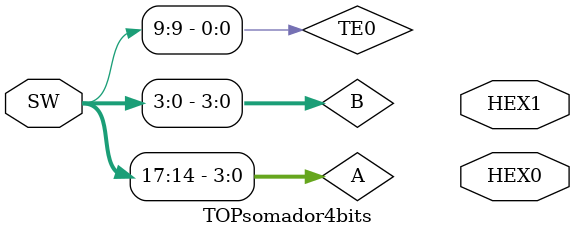
<source format=v>
module TOPsomador4bits(SW, HEX0, HEX1);
	input [17:0] SW;
	output [6:0] HEX0, HEX1;
		
	wire [3:0] A, B;
	wire TE0;
	
	assign A = SW[17:14];
	assign B = SW[3:0];
	assign TE0 = SW[9];
	
	wire [4:0] S;
	wire [3:0] bcd_unidade, bcd_dezena;
	
	// somador4bits  (a, b, te0,  s);
	somador4bits soma(A, B, TE0, S);

	
	
endmodule
</source>
